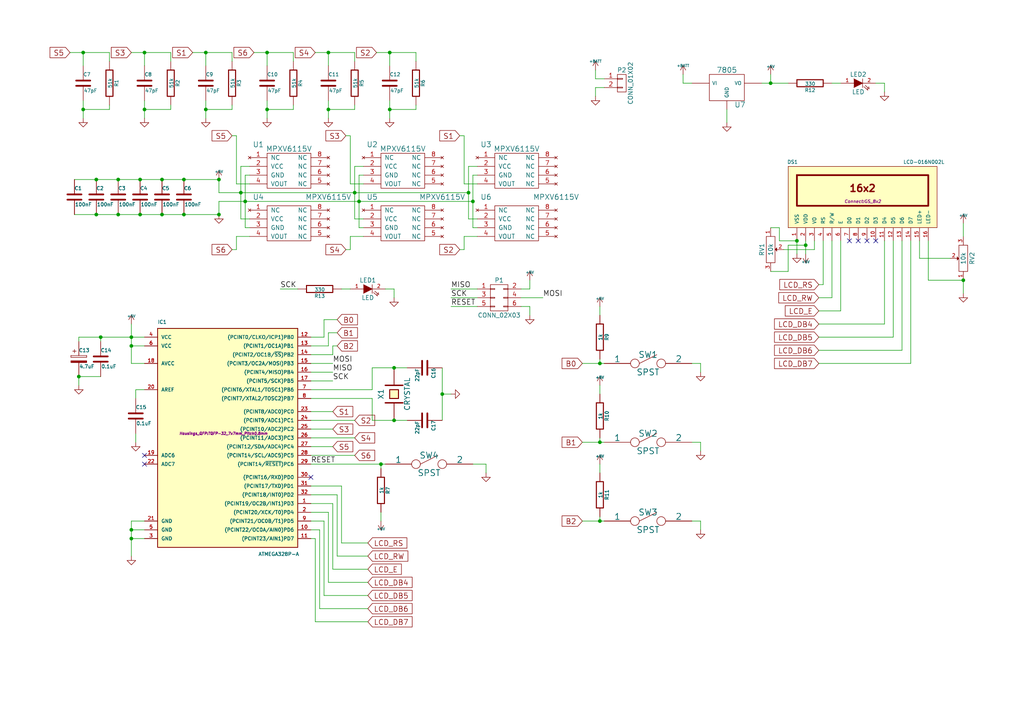
<source format=kicad_sch>
(kicad_sch (version 20230121) (generator eeschema)
  (paper "A4")
  (lib_symbols
    (symbol "carbsync-rescue:+5V" (power) (pin_names (offset 0))
      (property "Value" "+5V" (at 0 3.556 0))
      (symbol "+5V_1_1"
        (pin power_in line (at 0 0 90) (length 0) hide (name "+5V") (number "1"))
      )
    )
    (symbol "carbsync-rescue:+BATT" (power) (pin_names (offset 0))
      (property "Value" "+BATT" (at 0 3.556 0))
      (symbol "+BATT_1_1"
        (pin power_in line (at 0 0 90) (length 0) hide (name "+BATT") (number "1"))
      )
    )
    (symbol "carbsync-rescue:7805" (pin_numbers hide) (pin_names (offset 0.762))
      (property "Reference" "U" (at 3.81 -4.9784 0))
      (property "Value" "7805" (at 0 5.08 0))
      (symbol "7805_1_1"
        (pin input line (at 0 -6.35 90) (length 2.54) (name "GND") (number "GND"))
        (pin input line (at -10.16 1.27 0) (length 5.08) (name "VI") (number "VI"))
        (pin power_out line (at 10.16 1.27 180) (length 5.08) (name "VO") (number "VO"))
      )
    )
    (symbol "carbsync-rescue:ATMEGA328P-A" (pin_names (offset 1.016))
      (property "Reference" "IC" (at -19.05 31.75 0))
      (property "Value" "ATMEGA328P-A" (at 10.16 -35.56 0))
      (property "Footprint" "TQFP32" (at 0 0 0))
      (symbol "ATMEGA328P-A_1_1"
        (pin bidirectional line (at 25.4 -20.32 180) (length 3.81) (name "(PCINT19/OC2B/INT1)PD3") (number "1"))
        (pin bidirectional line (at 25.4 -27.94 180) (length 3.81) (name "(PCINT22/OC0A/AIN0)PD6") (number "10"))
        (pin bidirectional line (at 25.4 -30.48 180) (length 3.81) (name "(PCINT23/AIN1)PD7") (number "11"))
        (pin bidirectional line (at 25.4 27.94 180) (length 3.81) (name "(PCINT0/CLKO/ICP1)PB0") (number "12"))
        (pin bidirectional line (at 25.4 25.4 180) (length 3.81) (name "(PCINT1/OC1A)PB1") (number "13"))
        (pin bidirectional line (at 25.4 22.86 180) (length 3.81) (name "(PCINT2/OC1B/~{SS})PB2") (number "14"))
        (pin bidirectional line (at 25.4 20.32 180) (length 3.81) (name "(PCINT3/OC2A/MOSI)PB3") (number "15"))
        (pin bidirectional line (at 25.4 17.78 180) (length 3.81) (name "(PCINT4/MISO)PB4") (number "16"))
        (pin bidirectional line (at 25.4 15.24 180) (length 3.81) (name "(PCINT5/SCK)PB5") (number "17"))
        (pin power_in line (at -22.86 20.32 0) (length 3.81) (name "AVCC") (number "18"))
        (pin input line (at -22.86 -6.35 0) (length 3.81) (name "ADC6") (number "19"))
        (pin bidirectional line (at 25.4 -22.86 180) (length 3.81) (name "(PCINT20/XCK/T0)PD4") (number "2"))
        (pin bidirectional line (at -22.86 12.7 0) (length 3.81) (name "AREF") (number "20"))
        (pin power_in line (at -22.86 -25.4 0) (length 3.81) (name "GND") (number "21"))
        (pin input line (at -22.86 -8.89 0) (length 3.81) (name "ADC7") (number "22"))
        (pin bidirectional line (at 25.4 6.35 180) (length 3.81) (name "(PCINT8/ADC0)PC0") (number "23"))
        (pin bidirectional line (at 25.4 3.81 180) (length 3.81) (name "(PCINT9/ADC1)PC1") (number "24"))
        (pin bidirectional line (at 25.4 1.27 180) (length 3.81) (name "(PCINT10/ADC2)PC2") (number "25"))
        (pin bidirectional line (at 25.4 -1.27 180) (length 3.81) (name "(PCINT11/ADC3)PC3") (number "26"))
        (pin bidirectional line (at 25.4 -3.81 180) (length 3.81) (name "(PCINT12/SDA/ADC4)PC4") (number "27"))
        (pin bidirectional line (at 25.4 -6.35 180) (length 3.81) (name "(PCINT14/SCL/ADC5)PC5") (number "28"))
        (pin bidirectional line (at 25.4 -8.89 180) (length 3.81) (name "(PCINT14/~{RESET})PC6") (number "29"))
        (pin power_in line (at -22.86 -30.48 0) (length 3.81) (name "GND") (number "3"))
        (pin bidirectional line (at 25.4 -12.7 180) (length 3.81) (name "(PCINT16/RXD)PD0") (number "30"))
        (pin bidirectional line (at 25.4 -15.24 180) (length 3.81) (name "(PCINT17/TXD)PD1") (number "31"))
        (pin bidirectional line (at 25.4 -17.78 180) (length 3.81) (name "(PCINT18/INT0)PD2") (number "32"))
        (pin power_in line (at -22.86 27.94 0) (length 3.81) (name "VCC") (number "4"))
        (pin power_in line (at -22.86 -27.94 0) (length 3.81) (name "GND") (number "5"))
        (pin power_in line (at -22.86 25.4 0) (length 3.81) (name "VCC") (number "6"))
        (pin bidirectional line (at 25.4 12.7 180) (length 3.81) (name "(PCINT6/XTAL1/TOSC1)PB6") (number "7"))
        (pin bidirectional line (at 25.4 10.16 180) (length 3.81) (name "(PCINT7/XTAL2/TOSC2)PB7") (number "8"))
        (pin bidirectional line (at 25.4 -25.4 180) (length 3.81) (name "(PCINT21/OC0B/T1)PD5") (number "9"))
      )
    )
    (symbol "carbsync-rescue:C" (pin_numbers hide) (pin_names (offset 0.254))
      (property "Reference" "C" (at 0 2.54 0))
      (property "Value" "C" (at 0.1524 -2.159 0))
      (symbol "C_1_1"
        (pin passive line (at 0 5.08 270) (length 4.318) (name "~") (number "1"))
        (pin passive line (at 0 -5.08 90) (length 4.318) (name "~") (number "2"))
      )
    )
    (symbol "carbsync-rescue:CONN_01X02" (pin_names (offset 1.016) hide)
      (property "Reference" "P" (at 0 3.81 0))
      (property "Value" "CONN_01X02" (at 2.54 0 90))
      (symbol "CONN_01X02_1_1"
        (pin passive line (at -5.08 1.27 0) (length 3.81) (name "P1") (number "1"))
        (pin passive line (at -5.08 -1.27 0) (length 3.81) (name "P2") (number "2"))
      )
    )
    (symbol "carbsync-rescue:CONN_02X03" (pin_names (offset 0.0254) hide)
      (property "Reference" "P" (at 0 5.08 0))
      (property "Value" "CONN_02X03" (at 0 -5.08 0))
      (symbol "CONN_02X03_1_1"
        (pin passive line (at -6.35 2.54 0) (length 3.81) (name "P1") (number "1"))
        (pin passive line (at 6.35 2.54 180) (length 3.81) (name "P2") (number "2"))
        (pin passive line (at -6.35 0 0) (length 3.81) (name "P3") (number "3"))
        (pin passive line (at 6.35 0 180) (length 3.81) (name "P4") (number "4"))
        (pin passive line (at -6.35 -2.54 0) (length 3.81) (name "P5") (number "5"))
        (pin passive line (at 6.35 -2.54 180) (length 3.81) (name "P6") (number "6"))
      )
    )
    (symbol "carbsync-rescue:CP2" (pin_numbers hide) (pin_names (offset 0.254))
      (property "Reference" "C" (at 0 2.54 0))
      (property "Value" "CP2" (at 0.1524 -2.159 0))
      (symbol "CP2_1_1"
        (pin passive line (at 0 5.08 270) (length 4.064) (name "~") (number "1"))
        (pin passive line (at 0 -5.08 90) (length 4.064) (name "~") (number "2"))
      )
    )
    (symbol "carbsync-rescue:CRYSTAL" (pin_numbers hide) (pin_names (offset 1.016) hide)
      (property "Reference" "X" (at 0 3.81 0))
      (property "Value" "CRYSTAL" (at 0 -3.81 0))
      (symbol "CRYSTAL_1_1"
        (pin passive line (at -7.62 0 0) (length 5.08) (name "1") (number "1"))
        (pin passive line (at 7.62 0 180) (length 5.08) (name "2") (number "2"))
      )
    )
    (symbol "carbsync-rescue:GND" (power) (pin_names (offset 0))
      (property "Value" "GND" (at 0 -3.81 0))
      (symbol "GND_1_1"
        (pin power_in line (at 0 0 270) (length 0) hide (name "GND") (number "1"))
      )
    )
    (symbol "carbsync-rescue:LCD-016N002L" (pin_names (offset 1.016))
      (property "Reference" "DS" (at -20.32 10.16 0))
      (property "Value" "LCD-016N002L" (at 17.78 10.16 0))
      (property "Footprint" "WC1602A" (at 0 -1.27 0))
      (symbol "LCD-016N002L_0_0"
        (text "16x2" (at 0 2.54 0) (effects (font (size 2.032 2.032) bold)))
      )
      (symbol "LCD-016N002L_1_1"
        (pin power_in line (at -19.05 -12.7 90) (length 3.81) (name "VSS") (number "1"))
        (pin input line (at 3.81 -12.7 90) (length 3.81) (name "D3") (number "10"))
        (pin input line (at 6.35 -12.7 90) (length 3.81) (name "D4") (number "11"))
        (pin input line (at 8.89 -12.7 90) (length 3.81) (name "D5") (number "12"))
        (pin input line (at 11.43 -12.7 90) (length 3.81) (name "D6") (number "13"))
        (pin input line (at 13.97 -12.7 90) (length 3.81) (name "D7") (number "14"))
        (pin passive line (at 16.51 -12.7 90) (length 3.81) (name "LED+") (number "15"))
        (pin passive line (at 19.05 -12.7 90) (length 3.81) (name "LED-") (number "16"))
        (pin power_in line (at -16.51 -12.7 90) (length 3.81) (name "VDD") (number "2"))
        (pin input line (at -13.97 -12.7 90) (length 3.81) (name "VO") (number "3"))
        (pin input line (at -11.43 -12.7 90) (length 3.81) (name "RS") (number "4"))
        (pin input line (at -8.89 -12.7 90) (length 3.81) (name "R/W") (number "5"))
        (pin input line (at -6.35 -12.7 90) (length 3.81) (name "E") (number "6"))
        (pin input line (at -3.81 -12.7 90) (length 3.81) (name "D0") (number "7"))
        (pin input line (at -1.27 -12.7 90) (length 3.81) (name "D1") (number "8"))
        (pin input line (at 1.27 -12.7 90) (length 3.81) (name "D2") (number "9"))
      )
    )
    (symbol "carbsync-rescue:LED" (pin_names (offset 1.016) hide)
      (property "Reference" "D" (at 0 2.54 0))
      (property "Value" "LED" (at 0 -2.54 0))
      (symbol "LED_1_1"
        (pin passive line (at -5.08 0 0) (length 3.81) (name "A") (number "1"))
        (pin passive line (at 5.08 0 180) (length 3.81) (name "K") (number "2"))
      )
    )
    (symbol "carbsync-rescue:MPXV6115V" (pin_names (offset 1.016))
      (property "Reference" "U" (at -8.89 7.62 0))
      (property "Value" "MPXV6115V" (at 11.43 7.62 0))
      (symbol "MPXV6115V_1_1"
        (pin no_connect line (at -11.43 3.81 0) (length 5.08) (name "NC") (number "1"))
        (pin input line (at -11.43 1.27 0) (length 5.08) (name "VCC") (number "2"))
        (pin input line (at -11.43 -1.27 0) (length 5.08) (name "GND") (number "3"))
        (pin input line (at -11.43 -3.81 0) (length 5.08) (name "VOUT") (number "4"))
        (pin no_connect line (at 11.43 -3.81 180) (length 5.08) (name "NC") (number "5"))
        (pin no_connect line (at 11.43 -1.27 180) (length 5.08) (name "NC") (number "6"))
        (pin no_connect line (at 11.43 1.27 180) (length 5.08) (name "NC") (number "7"))
        (pin no_connect line (at 11.43 3.81 180) (length 5.08) (name "NC") (number "8"))
      )
    )
    (symbol "carbsync-rescue:POT" (pin_names (offset 1.016) hide)
      (property "Reference" "RV" (at 0 -2.54 0))
      (property "Value" "POT" (at 0 0 0))
      (symbol "POT_1_1"
        (pin passive line (at -6.35 0 0) (length 2.54) (name "1") (number "1"))
        (pin passive line (at 0 3.81 270) (length 2.032) (name "2") (number "2"))
        (pin passive line (at 6.35 0 180) (length 2.54) (name "3") (number "3"))
      )
    )
    (symbol "carbsync-rescue:R" (pin_numbers hide) (pin_names (offset 0))
      (property "Reference" "R" (at 2.032 0 90))
      (property "Value" "R" (at 0.1778 0.0254 90))
      (symbol "R_1_1"
        (pin passive line (at 0 6.35 270) (length 2.54) (name "~") (number "1"))
        (pin passive line (at 0 -6.35 90) (length 2.54) (name "~") (number "2"))
      )
    )
    (symbol "carbsync-rescue:SPST" (pin_numbers hide) (pin_names (offset 0))
      (property "Reference" "SW" (at 0 2.54 0))
      (property "Value" "SPST" (at 0 -2.54 0))
      (symbol "SPST_1_1"
        (pin input line (at -12.7 0 0) (length 7.62) (name "1") (number "1"))
        (pin input line (at 12.7 0 180) (length 7.62) (name "2") (number "2"))
      )
    )
  )
  (junction (at 104.14 58.42))
  (junction (at 95.25 31.75))
  (junction (at 40.64 52.07))
  (junction (at 38.1 153.67))
  (junction (at 41.91 31.75))
  (junction (at 77.47 15.24))
  (junction (at 53.34 62.23))
  (junction (at 173.99 105.41))
  (junction (at 29.21 97.79))
  (junction (at 24.13 15.24))
  (junction (at 71.12 58.42))
  (junction (at 63.5 62.23))
  (junction (at 173.99 151.13))
  (junction (at 69.85 55.88))
  (junction (at 279.4 81.28))
  (junction (at 102.87 55.88))
  (junction (at 38.1 156.21))
  (junction (at 53.34 52.07))
  (junction (at 59.69 31.75))
  (junction (at 27.94 52.07))
  (junction (at 63.5 52.07))
  (junction (at 231.14 69.85))
  (junction (at 46.99 62.23))
  (junction (at 114.3 106.68))
  (junction (at 59.69 15.24))
  (junction (at 233.68 71.12))
  (junction (at 77.47 31.75))
  (junction (at 38.1 100.33))
  (junction (at 128.27 114.3))
  (junction (at 38.1 97.79))
  (junction (at 27.94 62.23))
  (junction (at 24.13 31.75))
  (junction (at 40.64 62.23))
  (junction (at 173.99 128.27))
  (junction (at 41.91 15.24))
  (junction (at 135.89 55.88))
  (junction (at 34.29 52.07))
  (junction (at 110.49 134.62))
  (junction (at 34.29 62.23))
  (junction (at 113.03 31.75))
  (junction (at 114.3 121.92))
  (junction (at 113.03 15.24))
  (junction (at 95.25 15.24))
  (junction (at 223.52 24.13))
  (junction (at 46.99 52.07))
  (junction (at 137.16 58.42))
  (junction (at 22.86 109.22))
  (no_connect (at 246.38 69.85))
  (no_connect (at 41.91 134.62))
  (no_connect (at 251.46 69.85))
  (no_connect (at 41.91 132.08))
  (no_connect (at 248.92 69.85))
  (no_connect (at 254 69.85))
  (no_connect (at 90.17 138.43))
  (wire (pts (xy 27.94 62.23) (xy 34.29 62.23)))
  (wire (pts (xy 226.06 66.04) (xy 223.52 66.04)))
  (wire (pts (xy 168.91 128.27) (xy 173.99 128.27)))
  (wire (pts (xy 104.14 66.04) (xy 104.14 58.42)))
  (wire (pts (xy 130.81 88.9) (xy 138.43 88.9)))
  (wire (pts (xy 106.68 168.91) (xy 95.25 168.91)))
  (wire (pts (xy 151.13 83.82) (xy 153.67 83.82)))
  (wire (pts (xy 259.08 69.85) (xy 259.08 97.79)))
  (wire (pts (xy 138.43 66.04) (xy 137.16 66.04)))
  (wire (pts (xy 38.1 105.41) (xy 41.91 105.41)))
  (wire (pts (xy 134.62 68.58) (xy 138.43 68.58)))
  (wire (pts (xy 102.87 48.26) (xy 105.41 48.26)))
  (wire (pts (xy 120.65 31.75) (xy 113.03 31.75)))
  (wire (pts (xy 198.12 21.59) (xy 198.12 24.13)))
  (wire (pts (xy 200.66 128.27) (xy 203.2 128.27)))
  (wire (pts (xy 243.84 90.17) (xy 243.84 69.85)))
  (wire (pts (xy 90.17 115.57) (xy 107.95 115.57)))
  (wire (pts (xy 135.89 63.5) (xy 135.89 55.88)))
  (wire (pts (xy 91.44 180.34) (xy 91.44 156.21)))
  (wire (pts (xy 266.7 74.93) (xy 266.7 69.85)))
  (wire (pts (xy 34.29 62.23) (xy 40.64 62.23)))
  (wire (pts (xy 46.99 62.23) (xy 53.34 62.23)))
  (wire (pts (xy 96.52 165.1) (xy 96.52 146.05)))
  (wire (pts (xy 77.47 15.24) (xy 85.09 15.24)))
  (wire (pts (xy 41.91 29.21) (xy 41.91 31.75)))
  (wire (pts (xy 24.13 15.24) (xy 31.75 15.24)))
  (wire (pts (xy 90.17 151.13) (xy 93.98 151.13)))
  (wire (pts (xy 73.66 15.24) (xy 77.47 15.24)))
  (wire (pts (xy 59.69 29.21) (xy 59.69 31.75)))
  (wire (pts (xy 226.06 69.85) (xy 226.06 66.04)))
  (wire (pts (xy 233.68 73.66) (xy 233.68 71.12)))
  (wire (pts (xy 236.22 69.85) (xy 236.22 72.39)))
  (wire (pts (xy 238.76 82.55) (xy 238.76 69.85)))
  (wire (pts (xy 237.49 82.55) (xy 238.76 82.55)))
  (wire (pts (xy 21.59 62.23) (xy 27.94 62.23)))
  (wire (pts (xy 55.88 15.24) (xy 59.69 15.24)))
  (wire (pts (xy 231.14 69.85) (xy 231.14 73.66)))
  (wire (pts (xy 77.47 31.75) (xy 77.47 34.29)))
  (wire (pts (xy 67.31 15.24) (xy 67.31 17.78)))
  (wire (pts (xy 114.3 83.82) (xy 111.76 83.82)))
  (wire (pts (xy 90.17 119.38) (xy 96.52 119.38)))
  (wire (pts (xy 110.49 148.59) (xy 110.49 151.13)))
  (wire (pts (xy 97.79 100.33) (xy 96.52 100.33)))
  (wire (pts (xy 99.06 83.82) (xy 101.6 83.82)))
  (wire (pts (xy 104.14 58.42) (xy 137.16 58.42)))
  (wire (pts (xy 95.25 96.52) (xy 97.79 96.52)))
  (wire (pts (xy 130.81 86.36) (xy 138.43 86.36)))
  (wire (pts (xy 110.49 134.62) (xy 90.17 134.62)))
  (wire (pts (xy 93.98 151.13) (xy 93.98 172.72)))
  (wire (pts (xy 90.17 110.49) (xy 96.52 110.49)))
  (wire (pts (xy 128.27 114.3) (xy 130.81 114.3)))
  (wire (pts (xy 95.25 148.59) (xy 90.17 148.59)))
  (wire (pts (xy 68.58 53.34) (xy 68.58 39.37)))
  (wire (pts (xy 105.41 53.34) (xy 101.6 53.34)))
  (wire (pts (xy 128.27 106.68) (xy 128.27 114.3)))
  (wire (pts (xy 173.99 114.3) (xy 173.99 111.76)))
  (wire (pts (xy 68.58 72.39) (xy 68.58 68.58)))
  (wire (pts (xy 107.95 113.03) (xy 107.95 106.68)))
  (wire (pts (xy 113.03 31.75) (xy 113.03 34.29)))
  (wire (pts (xy 175.26 25.4) (xy 172.72 25.4)))
  (wire (pts (xy 200.66 105.41) (xy 203.2 105.41)))
  (wire (pts (xy 69.85 55.88) (xy 102.87 55.88)))
  (wire (pts (xy 140.97 137.16) (xy 140.97 134.62)))
  (wire (pts (xy 241.3 69.85) (xy 241.3 86.36)))
  (wire (pts (xy 90.17 121.92) (xy 102.87 121.92)))
  (wire (pts (xy 269.24 69.85) (xy 269.24 81.28)))
  (wire (pts (xy 172.72 22.86) (xy 172.72 20.32)))
  (wire (pts (xy 104.14 58.42) (xy 104.14 50.8)))
  (wire (pts (xy 173.99 137.16) (xy 173.99 134.62)))
  (wire (pts (xy 102.87 15.24) (xy 102.87 17.78)))
  (wire (pts (xy 22.86 111.76) (xy 22.86 109.22)))
  (wire (pts (xy 133.35 72.39) (xy 134.62 72.39)))
  (wire (pts (xy 256.54 24.13) (xy 254 24.13)))
  (wire (pts (xy 90.17 153.67) (xy 92.71 153.67)))
  (wire (pts (xy 99.06 140.97) (xy 90.17 140.97)))
  (wire (pts (xy 93.98 172.72) (xy 106.68 172.72)))
  (wire (pts (xy 31.75 30.48) (xy 31.75 31.75)))
  (wire (pts (xy 198.12 24.13) (xy 200.66 24.13)))
  (wire (pts (xy 102.87 127) (xy 90.17 127)))
  (wire (pts (xy 46.99 52.07) (xy 53.34 52.07)))
  (wire (pts (xy 95.25 29.21) (xy 95.25 31.75)))
  (wire (pts (xy 231.14 69.85) (xy 226.06 69.85)))
  (wire (pts (xy 29.21 99.06) (xy 29.21 97.79)))
  (wire (pts (xy 40.64 62.23) (xy 46.99 62.23)))
  (wire (pts (xy 93.98 92.71) (xy 97.79 92.71)))
  (wire (pts (xy 53.34 52.07) (xy 63.5 52.07)))
  (wire (pts (xy 279.4 68.58) (xy 279.4 64.77)))
  (wire (pts (xy 91.44 156.21) (xy 90.17 156.21)))
  (wire (pts (xy 107.95 115.57) (xy 107.95 121.92)))
  (wire (pts (xy 105.41 63.5) (xy 102.87 63.5)))
  (wire (pts (xy 237.49 93.98) (xy 256.54 93.98)))
  (wire (pts (xy 237.49 101.6) (xy 261.62 101.6)))
  (wire (pts (xy 90.17 97.79) (xy 93.98 97.79)))
  (wire (pts (xy 173.99 127) (xy 173.99 128.27)))
  (wire (pts (xy 203.2 151.13) (xy 203.2 153.67)))
  (wire (pts (xy 223.52 24.13) (xy 228.6 24.13)))
  (wire (pts (xy 137.16 66.04) (xy 137.16 58.42)))
  (wire (pts (xy 85.09 31.75) (xy 77.47 31.75)))
  (wire (pts (xy 104.14 50.8) (xy 105.41 50.8)))
  (wire (pts (xy 41.91 156.21) (xy 38.1 156.21)))
  (wire (pts (xy 90.17 107.95) (xy 96.52 107.95)))
  (wire (pts (xy 38.1 151.13) (xy 38.1 153.67)))
  (wire (pts (xy 241.3 24.13) (xy 243.84 24.13)))
  (wire (pts (xy 38.1 15.24) (xy 41.91 15.24)))
  (wire (pts (xy 71.12 58.42) (xy 104.14 58.42)))
  (wire (pts (xy 200.66 151.13) (xy 203.2 151.13)))
  (wire (pts (xy 67.31 30.48) (xy 67.31 31.75)))
  (wire (pts (xy 41.91 15.24) (xy 49.53 15.24)))
  (wire (pts (xy 102.87 63.5) (xy 102.87 55.88)))
  (wire (pts (xy 100.33 72.39) (xy 101.6 72.39)))
  (wire (pts (xy 41.91 151.13) (xy 38.1 151.13)))
  (wire (pts (xy 153.67 83.82) (xy 153.67 81.28)))
  (wire (pts (xy 173.99 91.44) (xy 173.99 88.9)))
  (wire (pts (xy 39.37 128.27) (xy 39.37 125.73)))
  (wire (pts (xy 31.75 31.75) (xy 24.13 31.75)))
  (wire (pts (xy 114.3 86.36) (xy 114.3 83.82)))
  (wire (pts (xy 72.39 66.04) (xy 71.12 66.04)))
  (wire (pts (xy 85.09 30.48) (xy 85.09 31.75)))
  (wire (pts (xy 102.87 55.88) (xy 102.87 48.26)))
  (wire (pts (xy 22.86 97.79) (xy 22.86 99.06)))
  (wire (pts (xy 38.1 97.79) (xy 38.1 100.33)))
  (wire (pts (xy 24.13 15.24) (xy 24.13 19.05)))
  (wire (pts (xy 31.75 15.24) (xy 31.75 17.78)))
  (wire (pts (xy 86.36 83.82) (xy 81.28 83.82)))
  (wire (pts (xy 49.53 30.48) (xy 49.53 31.75)))
  (wire (pts (xy 107.95 106.68) (xy 114.3 106.68)))
  (wire (pts (xy 72.39 48.26) (xy 69.85 48.26)))
  (wire (pts (xy 95.25 168.91) (xy 95.25 148.59)))
  (wire (pts (xy 236.22 72.39) (xy 227.33 72.39)))
  (wire (pts (xy 40.64 52.07) (xy 46.99 52.07)))
  (wire (pts (xy 71.12 58.42) (xy 71.12 50.8)))
  (wire (pts (xy 91.44 15.24) (xy 95.25 15.24)))
  (wire (pts (xy 102.87 55.88) (xy 135.89 55.88)))
  (wire (pts (xy 105.41 66.04) (xy 104.14 66.04)))
  (wire (pts (xy 113.03 15.24) (xy 120.65 15.24)))
  (wire (pts (xy 173.99 149.86) (xy 173.99 151.13)))
  (wire (pts (xy 68.58 39.37) (xy 67.31 39.37)))
  (wire (pts (xy 90.17 105.41) (xy 96.52 105.41)))
  (wire (pts (xy 24.13 31.75) (xy 24.13 34.29)))
  (wire (pts (xy 71.12 50.8) (xy 72.39 50.8)))
  (wire (pts (xy 102.87 31.75) (xy 95.25 31.75)))
  (wire (pts (xy 95.25 31.75) (xy 95.25 34.29)))
  (wire (pts (xy 38.1 100.33) (xy 38.1 105.41)))
  (wire (pts (xy 53.34 62.23) (xy 63.5 62.23)))
  (wire (pts (xy 39.37 113.03) (xy 39.37 115.57)))
  (wire (pts (xy 134.62 72.39) (xy 134.62 68.58)))
  (wire (pts (xy 59.69 15.24) (xy 67.31 15.24)))
  (wire (pts (xy 38.1 153.67) (xy 38.1 156.21)))
  (wire (pts (xy 67.31 72.39) (xy 68.58 72.39)))
  (wire (pts (xy 203.2 105.41) (xy 203.2 107.95)))
  (wire (pts (xy 96.52 124.46) (xy 90.17 124.46)))
  (wire (pts (xy 135.89 48.26) (xy 138.43 48.26)))
  (wire (pts (xy 29.21 97.79) (xy 38.1 97.79)))
  (wire (pts (xy 261.62 101.6) (xy 261.62 69.85)))
  (wire (pts (xy 220.98 24.13) (xy 223.52 24.13)))
  (wire (pts (xy 173.99 151.13) (xy 175.26 151.13)))
  (wire (pts (xy 95.25 100.33) (xy 95.25 96.52)))
  (wire (pts (xy 93.98 97.79) (xy 93.98 92.71)))
  (wire (pts (xy 38.1 156.21) (xy 38.1 161.29)))
  (wire (pts (xy 233.68 71.12) (xy 233.68 69.85)))
  (wire (pts (xy 241.3 86.36) (xy 237.49 86.36)))
  (wire (pts (xy 256.54 26.67) (xy 256.54 24.13)))
  (wire (pts (xy 49.53 15.24) (xy 49.53 17.78)))
  (wire (pts (xy 92.71 153.67) (xy 92.71 176.53)))
  (wire (pts (xy 92.71 176.53) (xy 106.68 176.53)))
  (wire (pts (xy 20.32 15.24) (xy 24.13 15.24)))
  (wire (pts (xy 223.52 78.74) (xy 228.6 78.74)))
  (wire (pts (xy 41.91 153.67) (xy 38.1 153.67)))
  (wire (pts (xy 110.49 135.89) (xy 110.49 134.62)))
  (wire (pts (xy 173.99 104.14) (xy 173.99 105.41)))
  (wire (pts (xy 95.25 15.24) (xy 102.87 15.24)))
  (wire (pts (xy 21.59 52.07) (xy 27.94 52.07)))
  (wire (pts (xy 113.03 15.24) (xy 113.03 19.05)))
  (wire (pts (xy 279.4 81.28) (xy 279.4 85.09)))
  (wire (pts (xy 96.52 146.05) (xy 90.17 146.05)))
  (wire (pts (xy 101.6 39.37) (xy 100.33 39.37)))
  (wire (pts (xy 22.86 97.79) (xy 29.21 97.79)))
  (wire (pts (xy 101.6 53.34) (xy 101.6 39.37)))
  (wire (pts (xy 69.85 63.5) (xy 72.39 63.5)))
  (wire (pts (xy 137.16 58.42) (xy 137.16 50.8)))
  (wire (pts (xy 41.91 31.75) (xy 41.91 34.29)))
  (wire (pts (xy 228.6 78.74) (xy 228.6 71.12)))
  (wire (pts (xy 27.94 52.07) (xy 34.29 52.07)))
  (wire (pts (xy 138.43 63.5) (xy 135.89 63.5)))
  (wire (pts (xy 41.91 113.03) (xy 39.37 113.03)))
  (wire (pts (xy 168.91 151.13) (xy 173.99 151.13)))
  (wire (pts (xy 77.47 15.24) (xy 77.47 19.05)))
  (wire (pts (xy 140.97 134.62) (xy 137.16 134.62)))
  (wire (pts (xy 59.69 31.75) (xy 59.69 34.29)))
  (wire (pts (xy 210.82 31.75) (xy 210.82 35.56)))
  (wire (pts (xy 113.03 29.21) (xy 113.03 31.75)))
  (wire (pts (xy 38.1 100.33) (xy 41.91 100.33)))
  (wire (pts (xy 34.29 52.07) (xy 40.64 52.07)))
  (wire (pts (xy 95.25 15.24) (xy 95.25 19.05)))
  (wire (pts (xy 134.62 53.34) (xy 138.43 53.34)))
  (wire (pts (xy 101.6 68.58) (xy 105.41 68.58)))
  (wire (pts (xy 275.59 74.93) (xy 266.7 74.93)))
  (wire (pts (xy 120.65 30.48) (xy 120.65 31.75)))
  (wire (pts (xy 90.17 132.08) (xy 102.87 132.08)))
  (wire (pts (xy 134.62 39.37) (xy 134.62 53.34)))
  (wire (pts (xy 96.52 129.54) (xy 90.17 129.54)))
  (wire (pts (xy 101.6 72.39) (xy 101.6 68.58)))
  (wire (pts (xy 128.27 114.3) (xy 128.27 121.92)))
  (wire (pts (xy 63.5 62.23) (xy 63.5 58.42)))
  (wire (pts (xy 96.52 102.87) (xy 90.17 102.87)))
  (wire (pts (xy 137.16 50.8) (xy 138.43 50.8)))
  (wire (pts (xy 237.49 105.41) (xy 264.16 105.41)))
  (wire (pts (xy 259.08 97.79) (xy 237.49 97.79)))
  (wire (pts (xy 63.5 52.07) (xy 63.5 55.88)))
  (wire (pts (xy 102.87 30.48) (xy 102.87 31.75)))
  (wire (pts (xy 175.26 22.86) (xy 172.72 22.86)))
  (wire (pts (xy 69.85 55.88) (xy 69.85 63.5)))
  (wire (pts (xy 135.89 55.88) (xy 135.89 48.26)))
  (wire (pts (xy 97.79 143.51) (xy 90.17 143.51)))
  (wire (pts (xy 120.65 15.24) (xy 120.65 17.78)))
  (wire (pts (xy 38.1 93.98) (xy 38.1 97.79)))
  (wire (pts (xy 114.3 106.68) (xy 118.11 106.68)))
  (wire (pts (xy 106.68 161.29) (xy 97.79 161.29)))
  (wire (pts (xy 24.13 29.21) (xy 24.13 31.75)))
  (wire (pts (xy 71.12 66.04) (xy 71.12 58.42)))
  (wire (pts (xy 168.91 105.41) (xy 173.99 105.41)))
  (wire (pts (xy 106.68 157.48) (xy 99.06 157.48)))
  (wire (pts (xy 59.69 15.24) (xy 59.69 19.05)))
  (wire (pts (xy 90.17 113.03) (xy 107.95 113.03)))
  (wire (pts (xy 109.22 15.24) (xy 113.03 15.24)))
  (wire (pts (xy 228.6 71.12) (xy 233.68 71.12)))
  (wire (pts (xy 223.52 21.59) (xy 223.52 24.13)))
  (wire (pts (xy 90.17 100.33) (xy 95.25 100.33)))
  (wire (pts (xy 38.1 97.79) (xy 41.91 97.79)))
  (wire (pts (xy 264.16 105.41) (xy 264.16 69.85)))
  (wire (pts (xy 63.5 55.88) (xy 69.85 55.88)))
  (wire (pts (xy 173.99 105.41) (xy 175.26 105.41)))
  (wire (pts (xy 41.91 15.24) (xy 41.91 19.05)))
  (wire (pts (xy 172.72 25.4) (xy 172.72 27.94)))
  (wire (pts (xy 269.24 81.28) (xy 279.4 81.28)))
  (wire (pts (xy 133.35 39.37) (xy 134.62 39.37)))
  (wire (pts (xy 96.52 100.33) (xy 96.52 102.87)))
  (wire (pts (xy 106.68 180.34) (xy 91.44 180.34)))
  (wire (pts (xy 130.81 83.82) (xy 138.43 83.82)))
  (wire (pts (xy 153.67 88.9) (xy 153.67 91.44)))
  (wire (pts (xy 69.85 48.26) (xy 69.85 55.88)))
  (wire (pts (xy 63.5 58.42) (xy 71.12 58.42)))
  (wire (pts (xy 68.58 68.58) (xy 72.39 68.58)))
  (wire (pts (xy 22.86 109.22) (xy 29.21 109.22)))
  (wire (pts (xy 77.47 29.21) (xy 77.47 31.75)))
  (wire (pts (xy 203.2 128.27) (xy 203.2 130.81)))
  (wire (pts (xy 85.09 15.24) (xy 85.09 17.78)))
  (wire (pts (xy 151.13 88.9) (xy 153.67 88.9)))
  (wire (pts (xy 114.3 121.92) (xy 118.11 121.92)))
  (wire (pts (xy 237.49 90.17) (xy 243.84 90.17)))
  (wire (pts (xy 107.95 121.92) (xy 114.3 121.92)))
  (wire (pts (xy 97.79 161.29) (xy 97.79 143.51)))
  (wire (pts (xy 99.06 157.48) (xy 99.06 140.97)))
  (wire (pts (xy 72.39 53.34) (xy 68.58 53.34)))
  (wire (pts (xy 151.13 86.36) (xy 157.48 86.36)))
  (wire (pts (xy 111.76 134.62) (xy 110.49 134.62)))
  (wire (pts (xy 67.31 31.75) (xy 59.69 31.75)))
  (wire (pts (xy 173.99 128.27) (xy 175.26 128.27)))
  (wire (pts (xy 106.68 165.1) (xy 96.52 165.1)))
  (wire (pts (xy 49.53 31.75) (xy 41.91 31.75)))
  (wire (pts (xy 256.54 93.98) (xy 256.54 69.85)))
  (label "MISO" (at 130.81 83.82 0) (effects (font (size 1.524 1.524))))
  (label "MOSI" (at 96.52 105.41 0) (effects (font (size 1.524 1.524))))
  (label "MISO" (at 96.52 107.95 0) (effects (font (size 1.524 1.524))))
  (label "RESET" (at 90.17 134.62 0) (effects (font (size 1.524 1.524))))
  (label "SCK" (at 130.81 86.36 0) (effects (font (size 1.524 1.524))))
  (label "SCK" (at 81.28 83.82 0) (effects (font (size 1.524 1.524))))
  (label "RESET" (at 130.81 88.9 0) (effects (font (size 1.524 1.524))))
  (label "MOSI" (at 157.48 86.36 0) (effects (font (size 1.524 1.524))))
  (label "SCK" (at 96.52 110.49 0) (effects (font (size 1.524 1.524))))
  (global_label "S3" (shape input) (at 100.33 39.37 180) (effects (font (size 1.524 1.524))) (property "Intersheetrefs" "${INTERSHEET_REFS}" (effects hide)))
  (global_label "S5" (shape input) (at 67.31 39.37 180) (effects (font (size 1.524 1.524))) (property "Intersheetrefs" "${INTERSHEET_REFS}" (effects hide)))
  (global_label "B2" (shape input) (at 168.91 151.13 180) (effects (font (size 1.524 1.524))) (property "Intersheetrefs" "${INTERSHEET_REFS}" (effects hide)))
  (global_label "S1" (shape input) (at 133.35 39.37 180) (effects (font (size 1.524 1.524))) (property "Intersheetrefs" "${INTERSHEET_REFS}" (effects hide)))
  (global_label "LCD_DB7" (shape input) (at 106.68 180.34 0) (effects (font (size 1.524 1.524))) (property "Intersheetrefs" "${INTERSHEET_REFS}" (effects hide)))
  (global_label "LCD_E" (shape input) (at 237.49 90.17 180) (effects (font (size 1.524 1.524))) (property "Intersheetrefs" "${INTERSHEET_REFS}" (effects hide)))
  (global_label "LCD_RS" (shape input) (at 237.49 82.55 180) (effects (font (size 1.524 1.524))) (property "Intersheetrefs" "${INTERSHEET_REFS}" (effects hide)))
  (global_label "B0" (shape input) (at 97.79 92.71 0) (effects (font (size 1.524 1.524))) (property "Intersheetrefs" "${INTERSHEET_REFS}" (effects hide)))
  (global_label "LCD_DB6" (shape input) (at 106.68 176.53 0) (effects (font (size 1.524 1.524))) (property "Intersheetrefs" "${INTERSHEET_REFS}" (effects hide)))
  (global_label "S3" (shape input) (at 96.52 124.46 0) (effects (font (size 1.524 1.524))) (property "Intersheetrefs" "${INTERSHEET_REFS}" (effects hide)))
  (global_label "S2" (shape input) (at 102.87 121.92 0) (effects (font (size 1.524 1.524))) (property "Intersheetrefs" "${INTERSHEET_REFS}" (effects hide)))
  (global_label "S6" (shape input) (at 67.31 72.39 180) (effects (font (size 1.524 1.524))) (property "Intersheetrefs" "${INTERSHEET_REFS}" (effects hide)))
  (global_label "S3" (shape input) (at 38.1 15.24 180) (effects (font (size 1.524 1.524))) (property "Intersheetrefs" "${INTERSHEET_REFS}" (effects hide)))
  (global_label "S2" (shape input) (at 133.35 72.39 180) (effects (font (size 1.524 1.524))) (property "Intersheetrefs" "${INTERSHEET_REFS}" (effects hide)))
  (global_label "LCD_DB5" (shape input) (at 237.49 97.79 180) (effects (font (size 1.524 1.524))) (property "Intersheetrefs" "${INTERSHEET_REFS}" (effects hide)))
  (global_label "S1" (shape input) (at 55.88 15.24 180) (effects (font (size 1.524 1.524))) (property "Intersheetrefs" "${INTERSHEET_REFS}" (effects hide)))
  (global_label "LCD_RW" (shape input) (at 237.49 86.36 180) (effects (font (size 1.524 1.524))) (property "Intersheetrefs" "${INTERSHEET_REFS}" (effects hide)))
  (global_label "B1" (shape input) (at 168.91 128.27 180) (effects (font (size 1.524 1.524))) (property "Intersheetrefs" "${INTERSHEET_REFS}" (effects hide)))
  (global_label "S4" (shape input) (at 100.33 72.39 180) (effects (font (size 1.524 1.524))) (property "Intersheetrefs" "${INTERSHEET_REFS}" (effects hide)))
  (global_label "S1" (shape input) (at 96.52 119.38 0) (effects (font (size 1.524 1.524))) (property "Intersheetrefs" "${INTERSHEET_REFS}" (effects hide)))
  (global_label "LCD_DB5" (shape input) (at 106.68 172.72 0) (effects (font (size 1.524 1.524))) (property "Intersheetrefs" "${INTERSHEET_REFS}" (effects hide)))
  (global_label "LCD_DB4" (shape input) (at 106.68 168.91 0) (effects (font (size 1.524 1.524))) (property "Intersheetrefs" "${INTERSHEET_REFS}" (effects hide)))
  (global_label "B2" (shape input) (at 97.79 100.33 0) (effects (font (size 1.524 1.524))) (property "Intersheetrefs" "${INTERSHEET_REFS}" (effects hide)))
  (global_label "LCD_E" (shape input) (at 106.68 165.1 0) (effects (font (size 1.524 1.524))) (property "Intersheetrefs" "${INTERSHEET_REFS}" (effects hide)))
  (global_label "S4" (shape input) (at 102.87 127 0) (effects (font (size 1.524 1.524))) (property "Intersheetrefs" "${INTERSHEET_REFS}" (effects hide)))
  (global_label "LCD_DB4" (shape input) (at 237.49 93.98 180) (effects (font (size 1.524 1.524))) (property "Intersheetrefs" "${INTERSHEET_REFS}" (effects hide)))
  (global_label "LCD_RS" (shape input) (at 106.68 157.48 0) (effects (font (size 1.524 1.524))) (property "Intersheetrefs" "${INTERSHEET_REFS}" (effects hide)))
  (global_label "B0" (shape input) (at 168.91 105.41 180) (effects (font (size 1.524 1.524))) (property "Intersheetrefs" "${INTERSHEET_REFS}" (effects hide)))
  (global_label "B1" (shape input) (at 97.79 96.52 0) (effects (font (size 1.524 1.524))) (property "Intersheetrefs" "${INTERSHEET_REFS}" (effects hide)))
  (global_label "S5" (shape input) (at 20.32 15.24 180) (effects (font (size 1.524 1.524))) (property "Intersheetrefs" "${INTERSHEET_REFS}" (effects hide)))
  (global_label "S2" (shape input) (at 109.22 15.24 180) (effects (font (size 1.524 1.524))) (property "Intersheetrefs" "${INTERSHEET_REFS}" (effects hide)))
  (global_label "LCD_DB6" (shape input) (at 237.49 101.6 180) (effects (font (size 1.524 1.524))) (property "Intersheetrefs" "${INTERSHEET_REFS}" (effects hide)))
  (global_label "S5" (shape input) (at 96.52 129.54 0) (effects (font (size 1.524 1.524))) (property "Intersheetrefs" "${INTERSHEET_REFS}" (effects hide)))
  (global_label "S4" (shape input) (at 91.44 15.24 180) (effects (font (size 1.524 1.524))) (property "Intersheetrefs" "${INTERSHEET_REFS}" (effects hide)))
  (global_label "S6" (shape input) (at 73.66 15.24 180) (effects (font (size 1.524 1.524))) (property "Intersheetrefs" "${INTERSHEET_REFS}" (effects hide)))
  (global_label "LCD_DB7" (shape input) (at 237.49 105.41 180) (effects (font (size 1.524 1.524))) (property "Intersheetrefs" "${INTERSHEET_REFS}" (effects hide)))
  (global_label "S6" (shape input) (at 102.87 132.08 0) (effects (font (size 1.524 1.524))) (property "Intersheetrefs" "${INTERSHEET_REFS}" (effects hide)))
  (global_label "LCD_RW" (shape input) (at 106.68 161.29 0) (effects (font (size 1.524 1.524))) (property "Intersheetrefs" "${INTERSHEET_REFS}" (effects hide)))
  (symbol (lib_id "carbsync-rescue:MPXV6115V") (at 83.82 49.53 0) (unit 1)
    (property "Reference" "U1" (at 74.93 41.91 0) (effects (font (size 1.524 1.524))))
    (property "Value" "MPXV6115V" (at 83.82 43.18 0) (effects (font (size 1.524 1.524))))
    (property "Footprint" "NQBit_edit:MPXV6115V" (effects hide))
  )
  (symbol (lib_id "carbsync-rescue:MPXV6115V") (at 116.84 49.53 0) (unit 1)
    (property "Reference" "U2" (at 107.95 41.91 0) (effects (font (size 1.524 1.524))))
    (property "Value" "MPXV6115V" (at 116.84 43.18 0) (effects (font (size 1.524 1.524))))
    (property "Footprint" "NQBit_edit:MPXV6115V" (effects hide))
  )
  (symbol (lib_id "carbsync-rescue:MPXV6115V") (at 149.86 64.77 0) (unit 1)
    (property "Reference" "U6" (at 140.97 57.15 0) (effects (font (size 1.524 1.524))))
    (property "Value" "MPXV6115V" (at 161.29 57.15 0) (effects (font (size 1.524 1.524))))
    (property "Footprint" "NQBit_edit:MPXV6115V" (effects hide))
  )
  (symbol (lib_id "carbsync-rescue:MPXV6115V") (at 83.82 64.77 0) (unit 1)
    (property "Reference" "U4" (at 74.93 57.15 0) (effects (font (size 1.524 1.524))))
    (property "Value" "MPXV6115V" (at 95.25 57.15 0) (effects (font (size 1.524 1.524))))
    (property "Footprint" "NQBit_edit:MPXV6115V" (effects hide))
  )
  (symbol (lib_id "carbsync-rescue:MPXV6115V") (at 116.84 64.77 0) (unit 1)
    (property "Reference" "U5" (at 107.95 57.15 0) (effects (font (size 1.524 1.524))))
    (property "Value" "MPXV6115V" (at 128.27 57.15 0) (effects (font (size 1.524 1.524))))
    (property "Footprint" "NQBit_edit:MPXV6115V" (effects hide))
  )
  (symbol (lib_id "carbsync-rescue:MPXV6115V") (at 149.86 49.53 0) (unit 1)
    (property "Reference" "U3" (at 140.97 41.91 0) (effects (font (size 1.524 1.524))))
    (property "Value" "MPXV6115V" (at 149.86 43.18 0) (effects (font (size 1.524 1.524))))
    (property "Footprint" "NQBit_edit:MPXV6115V" (effects hide))
  )
  (symbol (lib_id "carbsync-rescue:C") (at 21.59 57.15 0) (unit 1)
    (property "Reference" "C1" (at 21.59 54.61 0) (effects (font (size 1.016 1.016)) (justify left)))
    (property "Value" "100nF" (at 21.7424 59.309 0) (effects (font (size 1.016 1.016)) (justify left)))
    (property "Footprint" "Capacitors_SMD:C_0805" (effects hide))
  )
  (symbol (lib_id "carbsync-rescue:+5V") (at 63.5 52.07 0) (unit 1)
    (property "Reference" "#01" (effects hide))
    (property "Value" "+5V" (at 63.5 49.784 0) (effects (font (size 0.762 0.762))))
  )
  (symbol (lib_id "carbsync-rescue:GND") (at 63.5 62.23 0) (unit 1)
    (property "Reference" "#GND02" (effects hide))
    (property "Value" "GND" (effects hide))
  )
  (symbol (lib_id "carbsync-rescue:C") (at 27.94 57.15 0) (unit 1)
    (property "Reference" "C2" (at 27.94 54.61 0) (effects (font (size 1.016 1.016)) (justify left)))
    (property "Value" "100nF" (at 28.0924 59.309 0) (effects (font (size 1.016 1.016)) (justify left)))
    (property "Footprint" "Capacitors_SMD:C_0805" (effects hide))
  )
  (symbol (lib_id "carbsync-rescue:C") (at 34.29 57.15 0) (unit 1)
    (property "Reference" "C3" (at 34.29 54.61 0) (effects (font (size 1.016 1.016)) (justify left)))
    (property "Value" "100nF" (at 34.4424 59.309 0) (effects (font (size 1.016 1.016)) (justify left)))
    (property "Footprint" "Capacitors_SMD:C_0805" (effects hide))
  )
  (symbol (lib_id "carbsync-rescue:C") (at 40.64 57.15 0) (unit 1)
    (property "Reference" "C4" (at 40.64 54.61 0) (effects (font (size 1.016 1.016)) (justify left)))
    (property "Value" "100nF" (at 40.7924 59.309 0) (effects (font (size 1.016 1.016)) (justify left)))
    (property "Footprint" "Capacitors_SMD:C_0805" (effects hide))
  )
  (symbol (lib_id "carbsync-rescue:C") (at 46.99 57.15 0) (unit 1)
    (property "Reference" "C5" (at 46.99 54.61 0) (effects (font (size 1.016 1.016)) (justify left)))
    (property "Value" "100nF" (at 47.1424 59.309 0) (effects (font (size 1.016 1.016)) (justify left)))
    (property "Footprint" "Capacitors_SMD:C_0805" (effects hide))
  )
  (symbol (lib_id "carbsync-rescue:C") (at 53.34 57.15 0) (unit 1)
    (property "Reference" "C6" (at 53.34 54.61 0) (effects (font (size 1.016 1.016)) (justify left)))
    (property "Value" "100nF" (at 53.4924 59.309 0) (effects (font (size 1.016 1.016)) (justify left)))
    (property "Footprint" "Capacitors_SMD:C_0805" (effects hide))
  )
  (symbol (lib_id "carbsync-rescue:CONN_01X02") (at 180.34 24.13 0) (unit 1)
    (property "Reference" "P2" (at 180.34 20.32 0))
    (property "Value" "CONN_01X02" (at 182.88 24.13 90))
    (property "Footprint" "Pin_Headers:Pin_Header_Straight_1x02" (effects hide))
  )
  (symbol (lib_id "carbsync-rescue:+BATT") (at 172.72 20.32 0) (unit 1)
    (property "Reference" "#BATT033" (effects hide))
    (property "Value" "+BATT" (at 172.72 17.78 0) (effects (font (size 0.762 0.762))))
  )
  (symbol (lib_id "carbsync-rescue:C") (at 24.13 24.13 0) (unit 1)
    (property "Reference" "C7" (at 24.13 21.59 0) (effects (font (size 1.016 1.016)) (justify left)))
    (property "Value" "47pF" (at 24.2824 26.289 0) (effects (font (size 1.016 1.016)) (justify left)))
    (property "Footprint" "Capacitors_SMD:C_0805" (effects hide))
  )
  (symbol (lib_id "carbsync-rescue:R") (at 31.75 24.13 0) (unit 1)
    (property "Reference" "R1" (at 33.782 24.13 90) (effects (font (size 1.016 1.016))))
    (property "Value" "51k" (at 31.9278 24.1046 90) (effects (font (size 1.016 1.016))))
    (property "Footprint" "Resistors_SMD:R_0805" (effects hide))
  )
  (symbol (lib_id "carbsync-rescue:GND") (at 24.13 34.29 0) (unit 1)
    (property "Reference" "#GND03" (effects hide))
    (property "Value" "GND" (effects hide))
  )
  (symbol (lib_id "carbsync-rescue:GND") (at 172.72 27.94 0) (unit 1)
    (property "Reference" "#GND034" (effects hide))
    (property "Value" "GND" (effects hide))
  )
  (symbol (lib_id "carbsync-rescue:C") (at 41.91 24.13 0) (unit 1)
    (property "Reference" "C8" (at 41.91 21.59 0) (effects (font (size 1.016 1.016)) (justify left)))
    (property "Value" "47pF" (at 42.0624 26.289 0) (effects (font (size 1.016 1.016)) (justify left)))
    (property "Footprint" "Capacitors_SMD:C_0805" (effects hide))
  )
  (symbol (lib_id "carbsync-rescue:R") (at 49.53 24.13 0) (unit 1)
    (property "Reference" "R2" (at 51.562 24.13 90) (effects (font (size 1.016 1.016))))
    (property "Value" "51k" (at 49.7078 24.1046 90) (effects (font (size 1.016 1.016))))
    (property "Footprint" "Resistors_SMD:R_0805" (effects hide))
  )
  (symbol (lib_id "carbsync-rescue:GND") (at 41.91 34.29 0) (unit 1)
    (property "Reference" "#GND04" (effects hide))
    (property "Value" "GND" (effects hide))
  )
  (symbol (lib_id "carbsync-rescue:C") (at 59.69 24.13 0) (unit 1)
    (property "Reference" "C9" (at 59.69 21.59 0) (effects (font (size 1.016 1.016)) (justify left)))
    (property "Value" "47pF" (at 59.8424 26.289 0) (effects (font (size 1.016 1.016)) (justify left)))
    (property "Footprint" "Capacitors_SMD:C_0805" (effects hide))
  )
  (symbol (lib_id "carbsync-rescue:R") (at 67.31 24.13 0) (unit 1)
    (property "Reference" "R3" (at 69.342 24.13 90) (effects (font (size 1.016 1.016))))
    (property "Value" "51k" (at 67.4878 24.1046 90) (effects (font (size 1.016 1.016))))
    (property "Footprint" "Resistors_SMD:R_0805" (effects hide))
  )
  (symbol (lib_id "carbsync-rescue:GND") (at 59.69 34.29 0) (unit 1)
    (property "Reference" "#GND05" (effects hide))
    (property "Value" "GND" (effects hide))
  )
  (symbol (lib_id "carbsync-rescue:C") (at 77.47 24.13 0) (unit 1)
    (property "Reference" "C10" (at 77.47 21.59 0) (effects (font (size 1.016 1.016)) (justify left)))
    (property "Value" "47pF" (at 77.6224 26.289 0) (effects (font (size 1.016 1.016)) (justify left)))
    (property "Footprint" "Capacitors_SMD:C_0805" (effects hide))
  )
  (symbol (lib_id "carbsync-rescue:R") (at 85.09 24.13 0) (unit 1)
    (property "Reference" "R4" (at 87.122 24.13 90) (effects (font (size 1.016 1.016))))
    (property "Value" "51k" (at 85.2678 24.1046 90) (effects (font (size 1.016 1.016))))
    (property "Footprint" "Resistors_SMD:R_0805" (effects hide))
  )
  (symbol (lib_id "carbsync-rescue:GND") (at 77.47 34.29 0) (unit 1)
    (property "Reference" "#GND06" (effects hide))
    (property "Value" "GND" (effects hide))
  )
  (symbol (lib_id "carbsync-rescue:C") (at 95.25 24.13 0) (unit 1)
    (property "Reference" "C11" (at 95.25 21.59 0) (effects (font (size 1.016 1.016)) (justify left)))
    (property "Value" "47pF" (at 95.4024 26.289 0) (effects (font (size 1.016 1.016)) (justify left)))
    (property "Footprint" "Capacitors_SMD:C_0805" (effects hide))
  )
  (symbol (lib_id "carbsync-rescue:R") (at 102.87 24.13 0) (unit 1)
    (property "Reference" "R5" (at 104.902 24.13 90) (effects (font (size 1.016 1.016))))
    (property "Value" "51k" (at 103.0478 24.1046 90) (effects (font (size 1.016 1.016))))
    (property "Footprint" "Resistors_SMD:R_0805" (effects hide))
  )
  (symbol (lib_id "carbsync-rescue:GND") (at 95.25 34.29 0) (unit 1)
    (property "Reference" "#GND07" (effects hide))
    (property "Value" "GND" (effects hide))
  )
  (symbol (lib_id "carbsync-rescue:C") (at 113.03 24.13 0) (unit 1)
    (property "Reference" "C12" (at 113.03 21.59 0) (effects (font (size 1.016 1.016)) (justify left)))
    (property "Value" "47pF" (at 113.1824 26.289 0) (effects (font (size 1.016 1.016)) (justify left)))
    (property "Footprint" "Capacitors_SMD:C_0805" (effects hide))
  )
  (symbol (lib_id "carbsync-rescue:R") (at 120.65 24.13 0) (unit 1)
    (property "Reference" "R6" (at 122.682 24.13 90) (effects (font (size 1.016 1.016))))
    (property "Value" "51k" (at 120.8278 24.1046 90) (effects (font (size 1.016 1.016))))
    (property "Footprint" "Resistors_SMD:R_0805" (effects hide))
  )
  (symbol (lib_id "carbsync-rescue:GND") (at 113.03 34.29 0) (unit 1)
    (property "Reference" "#GND08" (effects hide))
    (property "Value" "GND" (effects hide))
  )
  (symbol (lib_id "carbsync-rescue:7805") (at 210.82 25.4 0) (unit 1)
    (property "Reference" "U7" (at 214.63 30.3784 0) (effects (font (size 1.524 1.524))))
    (property "Value" "7805" (at 210.82 20.32 0) (effects (font (size 1.524 1.524))))
    (property "Footprint" "Discret:LM78XXV" (effects hide))
  )
  (symbol (lib_id "carbsync-rescue:GND") (at 210.82 35.56 0) (unit 1)
    (property "Reference" "#GND09" (effects hide))
    (property "Value" "GND" (effects hide))
  )
  (symbol (lib_id "carbsync-rescue:+5V") (at 223.52 21.59 0) (unit 1)
    (property "Reference" "#010" (effects hide))
    (property "Value" "+5V" (at 223.52 19.304 0) (effects (font (size 0.762 0.762))))
  )
  (symbol (lib_id "carbsync-rescue:+BATT") (at 198.12 21.59 0) (unit 1)
    (property "Reference" "#BATT011" (effects hide))
    (property "Value" "+BATT" (at 198.12 19.05 0) (effects (font (size 0.762 0.762))))
  )
  (symbol (lib_id "carbsync-rescue:ATMEGA328P-A") (at 64.77 125.73 0) (unit 1)
    (property "Reference" "IC1" (at 45.72 93.98 0) (effects (font (size 1.016 1.016)) (justify left bottom)))
    (property "Value" "ATMEGA328P-A" (at 74.93 161.29 0) (effects (font (size 1.016 1.016)) (justify left bottom)))
    (property "Footprint" "Housings_QFP:TQFP-32_7x7mm_Pitch0.8mm" (at 64.77 125.73 0) (effects (font (size 0.762 0.762) italic)))
  )
  (symbol (lib_id "carbsync-rescue:+5V") (at 38.1 93.98 0) (unit 1)
    (property "Reference" "#012" (effects hide))
    (property "Value" "+5V" (at 38.1 91.694 0) (effects (font (size 0.762 0.762))))
  )
  (symbol (lib_id "carbsync-rescue:C") (at 39.37 120.65 0) (unit 1)
    (property "Reference" "C15" (at 39.37 118.11 0) (effects (font (size 1.016 1.016)) (justify left)))
    (property "Value" "0.1uF" (at 39.5224 122.809 0) (effects (font (size 1.016 1.016)) (justify left)))
    (property "Footprint" "Capacitors_SMD:C_0805" (effects hide))
  )
  (symbol (lib_id "carbsync-rescue:GND") (at 38.1 161.29 0) (unit 1)
    (property "Reference" "#GND013" (effects hide))
    (property "Value" "GND" (effects hide))
  )
  (symbol (lib_id "carbsync-rescue:GND") (at 39.37 128.27 0) (unit 1)
    (property "Reference" "#GND014" (effects hide))
    (property "Value" "GND" (effects hide))
  )
  (symbol (lib_id "carbsync-rescue:SPST") (at 124.46 134.62 0) (unit 1)
    (property "Reference" "SW4" (at 124.46 132.08 0) (effects (font (size 1.778 1.778))))
    (property "Value" "SPST" (at 124.46 137.16 0) (effects (font (size 1.778 1.778))))
    (property "Footprint" "Discret:SW_PUSH_SMALL" (effects hide))
  )
  (symbol (lib_id "carbsync-rescue:+5V") (at 110.49 151.13 180) (unit 1)
    (property "Reference" "#015" (effects hide))
    (property "Value" "+5V" (at 110.49 153.416 0) (effects (font (size 0.762 0.762))))
  )
  (symbol (lib_id "carbsync-rescue:GND") (at 140.97 137.16 0) (unit 1)
    (property "Reference" "#GND016" (effects hide))
    (property "Value" "GND" (effects hide))
  )
  (symbol (lib_id "carbsync-rescue:R") (at 110.49 142.24 0) (unit 1)
    (property "Reference" "R7" (at 112.522 142.24 90) (effects (font (size 1.016 1.016))))
    (property "Value" "1k" (at 110.6678 142.2146 90) (effects (font (size 1.016 1.016))))
    (property "Footprint" "Resistors_SMD:R_0805" (effects hide))
  )
  (symbol (lib_id "carbsync-rescue:CRYSTAL") (at 114.3 114.3 90) (unit 1)
    (property "Reference" "X1" (at 110.49 114.3 0) (effects (font (size 1.524 1.524))))
    (property "Value" "CRYSTAL" (at 118.11 114.3 0) (effects (font (size 1.524 1.524))))
    (property "Footprint" "NQBit:HC-49USX_SMD" (effects hide))
  )
  (symbol (lib_id "carbsync-rescue:C") (at 123.19 121.92 270) (unit 1)
    (property "Reference" "C17" (at 125.73 121.92 0) (effects (font (size 1.016 1.016)) (justify left)))
    (property "Value" "22pF" (at 121.031 122.0724 0) (effects (font (size 1.016 1.016)) (justify left)))
    (property "Footprint" "Capacitors_SMD:C_0805" (effects hide))
  )
  (symbol (lib_id "carbsync-rescue:C") (at 123.19 106.68 270) (unit 1)
    (property "Reference" "C16" (at 125.73 106.68 0) (effects (font (size 1.016 1.016)) (justify left)))
    (property "Value" "22pF" (at 121.031 106.8324 0) (effects (font (size 1.016 1.016)) (justify left)))
    (property "Footprint" "Capacitors_SMD:C_0805" (effects hide))
  )
  (symbol (lib_id "carbsync-rescue:GND") (at 130.81 114.3 90) (unit 1)
    (property "Reference" "#GND017" (effects hide))
    (property "Value" "GND" (effects hide))
  )
  (symbol (lib_id "carbsync-rescue:C") (at 29.21 104.14 0) (unit 1)
    (property "Reference" "C14" (at 29.21 101.6 0) (effects (font (size 1.016 1.016)) (justify left)))
    (property "Value" "0.1uF" (at 29.3624 106.299 0) (effects (font (size 1.016 1.016)) (justify left)))
    (property "Footprint" "Capacitors_SMD:C_0805" (effects hide))
  )
  (symbol (lib_id "carbsync-rescue:GND") (at 22.86 111.76 0) (unit 1)
    (property "Reference" "#GND018" (effects hide))
    (property "Value" "GND" (effects hide))
  )
  (symbol (lib_id "carbsync-rescue:LED") (at 106.68 83.82 0) (unit 1)
    (property "Reference" "LED1" (at 106.68 81.28 0))
    (property "Value" "LED" (at 106.68 86.36 0))
    (property "Footprint" "LEDs:LED-0805" (effects hide))
  )
  (symbol (lib_id "carbsync-rescue:R") (at 92.71 83.82 270) (unit 1)
    (property "Reference" "R13" (at 92.71 85.852 90) (effects (font (size 1.016 1.016))))
    (property "Value" "330" (at 92.7354 83.9978 90) (effects (font (size 1.016 1.016))))
    (property "Footprint" "Resistors_SMD:R_0805" (effects hide))
  )
  (symbol (lib_id "carbsync-rescue:CONN_02X03") (at 144.78 86.36 0) (unit 1)
    (property "Reference" "P1" (at 144.78 81.28 0))
    (property "Value" "CONN_02X03" (at 144.78 91.44 0))
    (property "Footprint" "Pin_Headers:Pin_Header_Straight_2x03" (effects hide))
  )
  (symbol (lib_id "carbsync-rescue:+5V") (at 153.67 81.28 0) (unit 1)
    (property "Reference" "#019" (effects hide))
    (property "Value" "+5V" (at 153.67 78.994 0) (effects (font (size 0.762 0.762))))
  )
  (symbol (lib_id "carbsync-rescue:GND") (at 153.67 91.44 0) (unit 1)
    (property "Reference" "#GND020" (effects hide))
    (property "Value" "GND" (effects hide))
  )
  (symbol (lib_id "carbsync-rescue:GND") (at 114.3 86.36 0) (unit 1)
    (property "Reference" "#GND021" (effects hide))
    (property "Value" "GND" (effects hide))
  )
  (symbol (lib_id "carbsync-rescue:LCD-016N002L") (at 250.19 57.15 0) (unit 1)
    (property "Reference" "DS1" (at 229.87 46.99 0) (effects (font (size 1.016 1.016))))
    (property "Value" "LCD-016N002L" (at 267.97 46.99 0) (effects (font (size 1.016 1.016))))
    (property "Footprint" "Connect:GS_8x2" (at 250.19 58.42 0) (effects (font (size 0.889 0.889) italic)))
  )
  (symbol (lib_id "carbsync-rescue:POT") (at 279.4 74.93 90) (unit 1)
    (property "Reference" "RV2" (at 281.94 74.93 0))
    (property "Value" "10k" (at 279.4 74.93 0))
    (property "Footprint" "Potentiometers:Potentiometer_VishaySpectrol-Econtrim-Type36M" (effects hide))
  )
  (symbol (lib_id "carbsync-rescue:GND") (at 279.4 85.09 0) (unit 1)
    (property "Reference" "#GND022" (effects hide))
    (property "Value" "GND" (effects hide))
  )
  (symbol (lib_id "carbsync-rescue:+5V") (at 279.4 64.77 0) (unit 1)
    (property "Reference" "#023" (effects hide))
    (property "Value" "+5V" (at 279.4 62.484 0) (effects (font (size 0.762 0.762))))
  )
  (symbol (lib_id "carbsync-rescue:GND") (at 231.14 73.66 0) (unit 1)
    (property "Reference" "#GND024" (effects hide))
    (property "Value" "GND" (effects hide))
  )
  (symbol (lib_id "carbsync-rescue:+5V") (at 233.68 73.66 180) (unit 1)
    (property "Reference" "#025" (effects hide))
    (property "Value" "+5V" (at 233.68 75.946 0) (effects (font (size 0.762 0.762))))
  )
  (symbol (lib_id "carbsync-rescue:POT") (at 223.52 72.39 270) (unit 1)
    (property "Reference" "RV1" (at 220.98 72.39 0))
    (property "Value" "10k" (at 223.52 72.39 0))
    (property "Footprint" "Potentiometers:Potentiometer_VishaySpectrol-Econtrim-Type36M" (effects hide))
  )
  (symbol (lib_id "carbsync-rescue:SPST") (at 187.96 105.41 0) (unit 1)
    (property "Reference" "SW1" (at 187.96 102.87 0) (effects (font (size 1.778 1.778))))
    (property "Value" "SPST" (at 187.96 107.95 0) (effects (font (size 1.778 1.778))))
    (property "Footprint" "Discret:SW_PUSH_SMALL" (effects hide))
  )
  (symbol (lib_id "carbsync-rescue:+5V") (at 173.99 88.9 0) (mirror y) (unit 1)
    (property "Reference" "#026" (effects hide))
    (property "Value" "+5V" (at 173.99 86.614 0) (effects (font (size 0.762 0.762))))
  )
  (symbol (lib_id "carbsync-rescue:GND") (at 203.2 107.95 0) (unit 1)
    (property "Reference" "#GND027" (effects hide))
    (property "Value" "GND" (effects hide))
  )
  (symbol (lib_id "carbsync-rescue:R") (at 173.99 97.79 0) (mirror x) (unit 1)
    (property "Reference" "R9" (at 176.022 97.79 90) (effects (font (size 1.016 1.016))))
    (property "Value" "1k" (at 174.1678 97.8154 90) (effects (font (size 1.016 1.016))))
    (property "Footprint" "Resistors_SMD:R_0805" (effects hide))
  )
  (symbol (lib_id "carbsync-rescue:SPST") (at 187.96 128.27 0) (unit 1)
    (property "Reference" "SW2" (at 187.96 125.73 0) (effects (font (size 1.778 1.778))))
    (property "Value" "SPST" (at 187.96 130.81 0) (effects (font (size 1.778 1.778))))
    (property "Footprint" "Discret:SW_PUSH_SMALL" (effects hide))
  )
  (symbol (lib_id "carbsync-rescue:+5V") (at 173.99 111.76 0) (mirror y) (unit 1)
    (property "Reference" "#028" (effects hide))
    (property "Value" "+5V" (at 173.99 109.474 0) (effects (font (size 0.762 0.762))))
  )
  (symbol (lib_id "carbsync-rescue:GND") (at 203.2 130.81 0) (unit 1)
    (property "Reference" "#GND029" (effects hide))
    (property "Value" "GND" (effects hide))
  )
  (symbol (lib_id "carbsync-rescue:R") (at 173.99 120.65 0) (mirror x) (unit 1)
    (property "Reference" "R10" (at 176.022 120.65 90) (effects (font (size 1.016 1.016))))
    (property "Value" "1k" (at 174.1678 120.6754 90) (effects (font (size 1.016 1.016))))
    (property "Footprint" "Resistors_SMD:R_0805" (effects hide))
  )
  (symbol (lib_id "carbsync-rescue:SPST") (at 187.96 151.13 0) (unit 1)
    (property "Reference" "SW3" (at 187.96 148.59 0) (effects (font (size 1.778 1.778))))
    (property "Value" "SPST" (at 187.96 153.67 0) (effects (font (size 1.778 1.778))))
    (property "Footprint" "Discret:SW_PUSH_SMALL" (effects hide))
  )
  (symbol (lib_id "carbsync-rescue:+5V") (at 173.99 134.62 0) (mirror y) (unit 1)
    (property "Reference" "#030" (effects hide))
    (property "Value" "+5V" (at 173.99 132.334 0) (effects (font (size 0.762 0.762))))
  )
  (symbol (lib_id "carbsync-rescue:GND") (at 203.2 153.67 0) (unit 1)
    (property "Reference" "#GND031" (effects hide))
    (property "Value" "GND" (effects hide))
  )
  (symbol (lib_id "carbsync-rescue:R") (at 173.99 143.51 0) (mirror x) (unit 1)
    (property "Reference" "R11" (at 176.022 143.51 90) (effects (font (size 1.016 1.016))))
    (property "Value" "1k" (at 174.1678 143.5354 90) (effects (font (size 1.016 1.016))))
    (property "Footprint" "Resistors_SMD:R_0805" (effects hide))
  )
  (symbol (lib_id "carbsync-rescue:CP2") (at 22.86 104.14 0) (unit 1)
    (property "Reference" "C13" (at 22.86 101.6 0) (effects (font (size 1.016 1.016)) (justify left)))
    (property "Value" "4.7uF" (at 23.0124 106.299 0) (effects (font (size 1.016 1.016)) (justify left)))
    (property "Footprint" "Capacitors_Elko_ThroughHole:Elko_vert_11x5mm_RM2.5" (effects hide))
  )
  (symbol (lib_id "carbsync-rescue:LED") (at 248.92 24.13 0) (unit 1)
    (property "Reference" "LED2" (at 248.92 21.59 0))
    (property "Value" "LED" (at 248.92 26.67 0))
    (property "Footprint" "LEDs:LED-0805" (effects hide))
  )
  (symbol (lib_id "carbsync-rescue:R") (at 234.95 24.13 270) (unit 1)
    (property "Reference" "R12" (at 234.95 26.162 90) (effects (font (size 1.016 1.016))))
    (property "Value" "330" (at 234.9754 24.3078 90) (effects (font (size 1.016 1.016))))
    (property "Footprint" "Resistors_SMD:R_0805" (effects hide))
  )
  (symbol (lib_id "carbsync-rescue:GND") (at 256.54 26.67 0) (unit 1)
    (property "Reference" "#GND032" (effects hide))
    (property "Value" "GND" (effects hide))
  )
)
</source>
